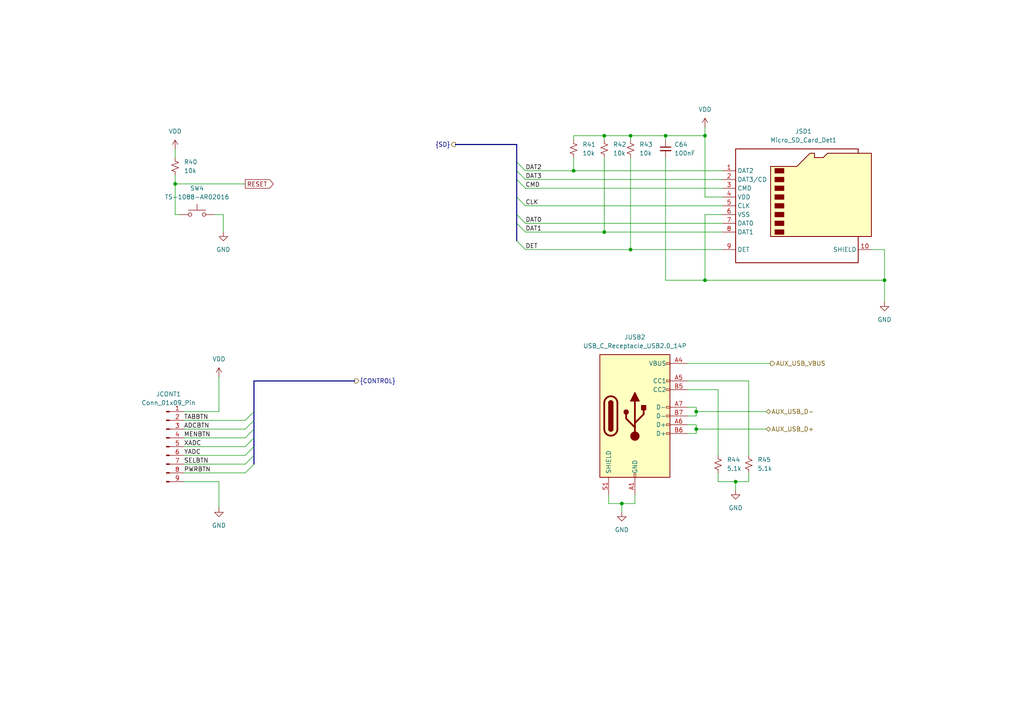
<source format=kicad_sch>
(kicad_sch (version 20250114) (generator "eeschema") (generator_version "9.0")
  (paper "A4")
  (title_block (title "Misc. External Connectors") (rev "A") (company "MLABS") (comment 1 "MSign-NG"))
  (lib_symbols
    (symbol "Connector:Conn_01x09_Pin" (pin_names (offset 1.016) (hide yes))
      (property "Reference" "J" (at 0 12.7 0))
      (property "Value" "Conn_01x09_Pin" (at 0 -12.7 0))
      (symbol "Conn_01x09_Pin_1_1"
        (rectangle (start 0.8636 10.287) (end 0 10.033) (stroke (width 0.1524)) (fill (type outline)))
        (rectangle (start 0.8636 7.747) (end 0 7.493) (stroke (width 0.1524)) (fill (type outline)))
        (rectangle (start 0.8636 5.207) (end 0 4.953) (stroke (width 0.1524)) (fill (type outline)))
        (rectangle (start 0.8636 2.667) (end 0 2.413) (stroke (width 0.1524)) (fill (type outline)))
        (rectangle (start 0.8636 0.127) (end 0 -0.127) (stroke (width 0.1524)) (fill (type outline)))
        (rectangle (start 0.8636 -2.413) (end 0 -2.667) (stroke (width 0.1524)) (fill (type outline)))
        (rectangle (start 0.8636 -4.953) (end 0 -5.207) (stroke (width 0.1524)) (fill (type outline)))
        (rectangle (start 0.8636 -7.493) (end 0 -7.747) (stroke (width 0.1524)) (fill (type outline)))
        (rectangle (start 0.8636 -10.033) (end 0 -10.287) (stroke (width 0.1524)) (fill (type outline)))
        (polyline (pts (xy 1.27 10.16) (xy 0.8636 10.16)) (stroke (width 0.1524)))
        (polyline (pts (xy 1.27 7.62) (xy 0.8636 7.62)) (stroke (width 0.1524)))
        (polyline (pts (xy 1.27 5.08) (xy 0.8636 5.08)) (stroke (width 0.1524)))
        (polyline (pts (xy 1.27 2.54) (xy 0.8636 2.54)) (stroke (width 0.1524)))
        (polyline (pts (xy 1.27 0) (xy 0.8636 0)) (stroke (width 0.1524)))
        (polyline (pts (xy 1.27 -2.54) (xy 0.8636 -2.54)) (stroke (width 0.1524)))
        (polyline (pts (xy 1.27 -5.08) (xy 0.8636 -5.08)) (stroke (width 0.1524)))
        (polyline (pts (xy 1.27 -7.62) (xy 0.8636 -7.62)) (stroke (width 0.1524)))
        (polyline (pts (xy 1.27 -10.16) (xy 0.8636 -10.16)) (stroke (width 0.1524)))
        (pin passive line (at 5.08 10.16 180) (length 3.81) (name "Pin_1") (number "1"))
        (pin passive line (at 5.08 7.62 180) (length 3.81) (name "Pin_2") (number "2"))
        (pin passive line (at 5.08 5.08 180) (length 3.81) (name "Pin_3") (number "3"))
        (pin passive line (at 5.08 2.54 180) (length 3.81) (name "Pin_4") (number "4"))
        (pin passive line (at 5.08 0 180) (length 3.81) (name "Pin_5") (number "5"))
        (pin passive line (at 5.08 -2.54 180) (length 3.81) (name "Pin_6") (number "6"))
        (pin passive line (at 5.08 -5.08 180) (length 3.81) (name "Pin_7") (number "7"))
        (pin passive line (at 5.08 -7.62 180) (length 3.81) (name "Pin_8") (number "8"))
        (pin passive line (at 5.08 -10.16 180) (length 3.81) (name "Pin_9") (number "9"))
      )
    )
    (symbol "Connector:Micro_SD_Card_Det1"
      (property "Reference" "J" (at -16.51 17.78 0))
      (property "Value" "Micro_SD_Card_Det1" (at 16.51 17.78 0))
      (symbol "Micro_SD_Card_Det1_0_1"
        (polyline (pts (xy -8.89 -8.89) (xy -8.89 11.43) (xy -1.27 11.43) (xy 2.54 15.24) (xy 3.81 15.24) (xy 3.81 13.97) (xy 6.35 13.97) (xy 7.62 15.24) (xy 20.32 15.24) (xy 20.32 -8.89) (xy -8.89 -8.89)) (stroke (width 0.254)) (fill (type background)))
        (rectangle (start -7.62 10.795) (end -5.08 9.525) (stroke (width 0.254)) (fill (type outline)))
        (rectangle (start -7.62 8.255) (end -5.08 6.985) (stroke (width 0.254)) (fill (type outline)))
        (rectangle (start -7.62 5.715) (end -5.08 4.445) (stroke (width 0.254)) (fill (type outline)))
        (rectangle (start -7.62 3.175) (end -5.08 1.905) (stroke (width 0.254)) (fill (type outline)))
        (rectangle (start -7.62 0.635) (end -5.08 -0.635) (stroke (width 0.254)) (fill (type outline)))
        (rectangle (start -7.62 -1.905) (end -5.08 -3.175) (stroke (width 0.254)) (fill (type outline)))
        (rectangle (start -7.62 -4.445) (end -5.08 -5.715) (stroke (width 0.254)) (fill (type outline)))
        (rectangle (start -7.62 -6.985) (end -5.08 -8.255) (stroke (width 0.254)) (fill (type outline)))
        (polyline (pts (xy 16.51 15.24) (xy 16.51 16.51) (xy -19.05 16.51) (xy -19.05 -16.51) (xy 16.51 -16.51) (xy 16.51 -8.89)) (stroke (width 0.254)))
      )
      (symbol "Micro_SD_Card_Det1_1_1"
        (pin bidirectional line (at -22.86 10.16 0) (length 3.81) (name "DAT2") (number "1"))
        (pin bidirectional line (at -22.86 7.62 0) (length 3.81) (name "DAT3/CD") (number "2"))
        (pin input line (at -22.86 5.08 0) (length 3.81) (name "CMD") (number "3"))
        (pin power_in line (at -22.86 2.54 0) (length 3.81) (name "VDD") (number "4"))
        (pin input line (at -22.86 0 0) (length 3.81) (name "CLK") (number "5"))
        (pin power_in line (at -22.86 -2.54 0) (length 3.81) (name "VSS") (number "6"))
        (pin bidirectional line (at -22.86 -5.08 0) (length 3.81) (name "DAT0") (number "7"))
        (pin bidirectional line (at -22.86 -7.62 0) (length 3.81) (name "DAT1") (number "8"))
        (pin passive line (at -22.86 -12.7 0) (length 3.81) (name "DET") (number "9"))
        (pin passive line (at 20.32 -12.7 180) (length 3.81) (name "SHIELD") (number "10"))
      )
    )
    (symbol "Connector:USB_C_Receptacle_USB2.0_14P" (pin_names (offset 1.016))
      (property "Reference" "J" (at 0 22.225 0))
      (property "Value" "USB_C_Receptacle_USB2.0_14P" (at 0 19.685 0))
      (symbol "USB_C_Receptacle_USB2.0_14P_0_0"
        (rectangle (start -0.254 -17.78) (end 0.254 -16.764))
        (rectangle (start 10.16 15.494) (end 9.144 14.986))
        (rectangle (start 10.16 10.414) (end 9.144 9.906))
        (rectangle (start 10.16 7.874) (end 9.144 7.366))
        (rectangle (start 10.16 2.794) (end 9.144 2.286))
        (rectangle (start 10.16 0.254) (end 9.144 -0.254))
        (rectangle (start 10.16 -2.286) (end 9.144 -2.794))
        (rectangle (start 10.16 -4.826) (end 9.144 -5.334))
      )
      (symbol "USB_C_Receptacle_USB2.0_14P_0_1"
        (rectangle (start -10.16 17.78) (end 10.16 -17.78) (stroke (width 0.254)) (fill (type background)))
        (polyline (pts (xy -8.89 -3.81) (xy -8.89 3.81)) (stroke (width 0.508)))
        (rectangle (start -7.62 -3.81) (end -6.35 3.81) (stroke (width 0.254)) (fill (type outline)))
        (arc (start -7.62 3.81) (mid -6.985 4.4423) (end -6.35 3.81) (stroke (width 0.254)))
        (arc (start -7.62 3.81) (mid -6.985 4.4423) (end -6.35 3.81) (stroke (width 0.254)) (fill (type outline)))
        (arc (start -8.89 3.81) (mid -6.985 5.7067) (end -5.08 3.81) (stroke (width 0.508)))
        (arc (start -5.08 -3.81) (mid -6.985 -5.7067) (end -8.89 -3.81) (stroke (width 0.508)))
        (arc (start -6.35 -3.81) (mid -6.985 -4.4423) (end -7.62 -3.81) (stroke (width 0.254)))
        (arc (start -6.35 -3.81) (mid -6.985 -4.4423) (end -7.62 -3.81) (stroke (width 0.254)) (fill (type outline)))
        (polyline (pts (xy -5.08 3.81) (xy -5.08 -3.81)) (stroke (width 0.508)))
        (circle (center -2.54 1.143) (radius 0.635) (stroke (width 0.254)) (fill (type outline)))
        (polyline (pts (xy -1.27 4.318) (xy 0 6.858) (xy 1.27 4.318) (xy -1.27 4.318)) (stroke (width 0.254)) (fill (type outline)))
        (polyline (pts (xy 0 -2.032) (xy 2.54 0.508) (xy 2.54 1.778)) (stroke (width 0.508)))
        (polyline (pts (xy 0 -3.302) (xy -2.54 -0.762) (xy -2.54 0.508)) (stroke (width 0.508)))
        (polyline (pts (xy 0 -5.842) (xy 0 4.318)) (stroke (width 0.508)))
        (circle (center 0 -5.842) (radius 1.27) (fill (type outline)))
        (rectangle (start 1.905 1.778) (end 3.175 3.048) (stroke (width 0.254)) (fill (type outline)))
      )
      (symbol "USB_C_Receptacle_USB2.0_14P_1_1"
        (pin passive line (at -7.62 -22.86 90) (length 5.08) (name "SHIELD") (number "S1"))
        (pin passive line (at 0 -22.86 90) (length 5.08) (name "GND") (number "A1"))
        (pin passive line (at 0 -22.86 90) (length 5.08) (hide yes) (name "GND") (number "A12"))
        (pin passive line (at 0 -22.86 90) (length 5.08) (hide yes) (name "GND") (number "B1"))
        (pin passive line (at 0 -22.86 90) (length 5.08) (hide yes) (name "GND") (number "B12"))
        (pin passive line (at 15.24 15.24 180) (length 5.08) (name "VBUS") (number "A4"))
        (pin passive line (at 15.24 15.24 180) (length 5.08) (hide yes) (name "VBUS") (number "A9"))
        (pin passive line (at 15.24 15.24 180) (length 5.08) (hide yes) (name "VBUS") (number "B4"))
        (pin passive line (at 15.24 15.24 180) (length 5.08) (hide yes) (name "VBUS") (number "B9"))
        (pin bidirectional line (at 15.24 10.16 180) (length 5.08) (name "CC1") (number "A5"))
        (pin bidirectional line (at 15.24 7.62 180) (length 5.08) (name "CC2") (number "B5"))
        (pin bidirectional line (at 15.24 2.54 180) (length 5.08) (name "D-") (number "A7"))
        (pin bidirectional line (at 15.24 0 180) (length 5.08) (name "D-") (number "B7"))
        (pin bidirectional line (at 15.24 -2.54 180) (length 5.08) (name "D+") (number "A6"))
        (pin bidirectional line (at 15.24 -5.08 180) (length 5.08) (name "D+") (number "B6"))
      )
    )
    (symbol "Device:C_Small" (pin_numbers (hide yes)) (pin_names (offset 0.254) (hide yes))
      (property "Reference" "C" (at 0.254 1.778 0))
      (property "Value" "C_Small" (at 0.254 -2.032 0))
      (symbol "C_Small_0_1"
        (polyline (pts (xy -1.524 0.508) (xy 1.524 0.508)) (stroke (width 0.3048)))
        (polyline (pts (xy -1.524 -0.508) (xy 1.524 -0.508)) (stroke (width 0.3302)))
      )
      (symbol "C_Small_1_1"
        (pin passive line (at 0 2.54 270) (length 2.032) (name "~") (number "1"))
        (pin passive line (at 0 -2.54 90) (length 2.032) (name "~") (number "2"))
      )
    )
    (symbol "Device:R_Small_US" (pin_numbers (hide yes)) (pin_names (offset 0.254) (hide yes))
      (property "Reference" "R" (at 0.762 0.508 0))
      (property "Value" "R_Small_US" (at 0.762 -1.016 0))
      (symbol "R_Small_US_1_1"
        (polyline (pts (xy 0 1.524) (xy 1.016 1.143) (xy 0 0.762) (xy -1.016 0.381) (xy 0 0)))
        (polyline (pts (xy 0 0) (xy 1.016 -0.381) (xy 0 -0.762) (xy -1.016 -1.143) (xy 0 -1.524)))
        (pin passive line (at 0 2.54 270) (length 1.016) (name "~") (number "1"))
        (pin passive line (at 0 -2.54 90) (length 1.016) (name "~") (number "2"))
      )
    )
    (symbol "Switch:SW_Push" (pin_numbers (hide yes)) (pin_names (offset 1.016) (hide yes))
      (property "Reference" "SW" (at 1.27 2.54 0))
      (property "Value" "SW_Push" (at 0 -1.524 0))
      (symbol "SW_Push_0_1"
        (circle (center -2.032 0) (radius 0.508))
        (polyline (pts (xy 0 1.27) (xy 0 3.048)))
        (circle (center 2.032 0) (radius 0.508))
        (polyline (pts (xy 2.54 1.27) (xy -2.54 1.27)))
        (pin passive line (at -5.08 0 0) (length 2.54) (name "1") (number "1"))
        (pin passive line (at 5.08 0 180) (length 2.54) (name "2") (number "2"))
      )
    )
    (symbol "power:GND" (power) (pin_numbers (hide yes)) (pin_names (offset 0) (hide yes))
      (property "Value" "GND" (at 0 -3.81 0))
      (symbol "GND_0_1"
        (polyline (pts (xy 0 0) (xy 0 -1.27) (xy 1.27 -1.27) (xy 0 -2.54) (xy -1.27 -1.27) (xy 0 -1.27)))
      )
      (symbol "GND_1_1"
        (pin power_in line (at 0 0 270) (length 0) (name "~") (number "1"))
      )
    )
    (symbol "power:VDD" (power) (pin_numbers (hide yes)) (pin_names (offset 0) (hide yes))
      (property "Value" "VDD" (at 0 3.556 0))
      (symbol "VDD_0_1"
        (polyline (pts (xy -0.762 1.27) (xy 0 2.54)))
        (polyline (pts (xy 0 2.54) (xy 0.762 1.27)))
        (polyline (pts (xy 0 0) (xy 0 2.54)))
      )
      (symbol "VDD_1_1"
        (pin power_in line (at 0 0 90) (length 0) (name "~") (number "1"))
      )
    )
  )
  (bus_alias "CONTROL" (members "TABBTN" "ADCBTN" "MENBTN" "XADC" "YADC" "SELBTN" "PWRBTN"))
  (bus_alias "SD" (members "DAT0" "DAT1" "CMD" "CLK" "DET" "DAT2" "DAT3"))
  (junction (at 201.93 124.46))
  (junction (at 182.88 72.39))
  (junction (at 204.47 39.37))
  (junction (at 175.26 39.37))
  (junction (at 256.54 81.28))
  (junction (at 213.36 139.7))
  (junction (at 201.93 119.38))
  (junction (at 175.26 67.31))
  (junction (at 50.8 53.34))
  (junction (at 193.04 39.37))
  (junction (at 182.88 39.37))
  (junction (at 204.47 81.28))
  (junction (at 180.34 146.05))
  (junction (at 166.37 49.53))
  (bus_entry (at 149.86 49.53) (size 2.54 2.54))
  (bus_entry (at 73.66 121.92) (size -2.54 2.54))
  (bus_entry (at 73.66 129.54) (size -2.54 2.54))
  (bus_entry (at 73.66 127) (size -2.54 2.54))
  (bus_entry (at 149.86 69.85) (size 2.54 2.54))
  (bus_entry (at 149.86 64.77) (size 2.54 2.54))
  (bus_entry (at 73.66 134.62) (size -2.54 2.54))
  (bus_entry (at 73.66 119.38) (size -2.54 2.54))
  (bus_entry (at 73.66 132.08) (size -2.54 2.54))
  (bus_entry (at 149.86 46.99) (size 2.54 2.54))
  (bus_entry (at 149.86 57.15) (size 2.54 2.54))
  (bus_entry (at 73.66 124.46) (size -2.54 2.54))
  (bus_entry (at 149.86 62.23) (size 2.54 2.54))
  (bus_entry (at 149.86 52.07) (size 2.54 2.54))
  (wire (pts (xy 201.93 119.38) (xy 201.93 120.65)))
  (wire (pts (xy 209.55 57.15) (xy 204.47 57.15)))
  (wire (pts (xy 63.5 139.7) (xy 63.5 147.32)))
  (wire (pts (xy 193.04 45.72) (xy 193.04 81.28)))
  (bus (pts (xy 73.66 119.38) (xy 73.66 121.92)))
  (wire (pts (xy 53.34 137.16) (xy 71.12 137.16)))
  (wire (pts (xy 208.28 132.08) (xy 208.28 113.03)))
  (bus (pts (xy 73.66 129.54) (xy 73.66 132.08)))
  (bus (pts (xy 149.86 49.53) (xy 149.86 52.07)))
  (bus (pts (xy 149.86 46.99) (xy 149.86 49.53)))
  (wire (pts (xy 53.34 139.7) (xy 63.5 139.7)))
  (bus (pts (xy 132.08 41.91) (xy 149.86 41.91)))
  (wire (pts (xy 201.93 120.65) (xy 199.39 120.65)))
  (wire (pts (xy 152.4 64.77) (xy 209.55 64.77)))
  (wire (pts (xy 256.54 81.28) (xy 256.54 87.63)))
  (wire (pts (xy 213.36 142.24) (xy 213.36 139.7)))
  (wire (pts (xy 53.34 132.08) (xy 71.12 132.08)))
  (wire (pts (xy 201.93 118.11) (xy 201.93 119.38)))
  (wire (pts (xy 204.47 81.28) (xy 204.47 62.23)))
  (wire (pts (xy 152.4 49.53) (xy 166.37 49.53)))
  (wire (pts (xy 50.8 50.8) (xy 50.8 53.34)))
  (wire (pts (xy 252.73 72.39) (xy 256.54 72.39)))
  (wire (pts (xy 53.34 127) (xy 71.12 127)))
  (wire (pts (xy 152.4 54.61) (xy 209.55 54.61)))
  (wire (pts (xy 199.39 110.49) (xy 217.17 110.49)))
  (wire (pts (xy 175.26 39.37) (xy 175.26 40.64)))
  (wire (pts (xy 50.8 53.34) (xy 50.8 62.23)))
  (wire (pts (xy 217.17 110.49) (xy 217.17 132.08)))
  (wire (pts (xy 204.47 57.15) (xy 204.47 39.37)))
  (wire (pts (xy 213.36 139.7) (xy 208.28 139.7)))
  (wire (pts (xy 204.47 39.37) (xy 193.04 39.37)))
  (bus (pts (xy 73.66 132.08) (xy 73.66 134.62)))
  (wire (pts (xy 152.4 59.69) (xy 209.55 59.69)))
  (wire (pts (xy 53.34 121.92) (xy 71.12 121.92)))
  (wire (pts (xy 199.39 123.19) (xy 201.93 123.19)))
  (bus (pts (xy 102.87 110.49) (xy 73.66 110.49)))
  (wire (pts (xy 180.34 148.59) (xy 180.34 146.05)))
  (bus (pts (xy 73.66 110.49) (xy 73.66 119.38)))
  (wire (pts (xy 256.54 81.28) (xy 204.47 81.28)))
  (wire (pts (xy 64.77 62.23) (xy 64.77 67.31)))
  (wire (pts (xy 50.8 43.18) (xy 50.8 45.72)))
  (wire (pts (xy 208.28 139.7) (xy 208.28 137.16)))
  (bus (pts (xy 149.86 57.15) (xy 149.86 62.23)))
  (wire (pts (xy 175.26 67.31) (xy 209.55 67.31)))
  (wire (pts (xy 175.26 45.72) (xy 175.26 67.31)))
  (wire (pts (xy 176.53 143.51) (xy 176.53 146.05)))
  (bus (pts (xy 73.66 124.46) (xy 73.66 127)))
  (bus (pts (xy 73.66 127) (xy 73.66 129.54)))
  (wire (pts (xy 193.04 39.37) (xy 182.88 39.37)))
  (wire (pts (xy 152.4 52.07) (xy 209.55 52.07)))
  (wire (pts (xy 184.15 146.05) (xy 184.15 143.51)))
  (wire (pts (xy 50.8 53.34) (xy 71.12 53.34)))
  (bus (pts (xy 149.86 62.23) (xy 149.86 64.77)))
  (wire (pts (xy 152.4 72.39) (xy 182.88 72.39)))
  (wire (pts (xy 201.93 124.46) (xy 201.93 125.73)))
  (wire (pts (xy 199.39 105.41) (xy 223.52 105.41)))
  (wire (pts (xy 62.23 62.23) (xy 64.77 62.23)))
  (wire (pts (xy 204.47 62.23) (xy 209.55 62.23)))
  (wire (pts (xy 182.88 72.39) (xy 209.55 72.39)))
  (wire (pts (xy 204.47 39.37) (xy 204.47 36.83)))
  (wire (pts (xy 199.39 118.11) (xy 201.93 118.11)))
  (wire (pts (xy 217.17 139.7) (xy 213.36 139.7)))
  (wire (pts (xy 166.37 49.53) (xy 209.55 49.53)))
  (wire (pts (xy 193.04 39.37) (xy 193.04 40.64)))
  (wire (pts (xy 152.4 67.31) (xy 175.26 67.31)))
  (wire (pts (xy 182.88 45.72) (xy 182.88 72.39)))
  (bus (pts (xy 149.86 64.77) (xy 149.86 69.85)))
  (wire (pts (xy 182.88 39.37) (xy 175.26 39.37)))
  (wire (pts (xy 53.34 124.46) (xy 71.12 124.46)))
  (wire (pts (xy 201.93 123.19) (xy 201.93 124.46)))
  (wire (pts (xy 193.04 81.28) (xy 204.47 81.28)))
  (wire (pts (xy 208.28 113.03) (xy 199.39 113.03)))
  (wire (pts (xy 201.93 125.73) (xy 199.39 125.73)))
  (wire (pts (xy 201.93 119.38) (xy 222.25 119.38)))
  (wire (pts (xy 166.37 39.37) (xy 166.37 40.64)))
  (wire (pts (xy 63.5 119.38) (xy 63.5 109.22)))
  (wire (pts (xy 166.37 45.72) (xy 166.37 49.53)))
  (wire (pts (xy 176.53 146.05) (xy 180.34 146.05)))
  (wire (pts (xy 182.88 39.37) (xy 182.88 40.64)))
  (wire (pts (xy 256.54 72.39) (xy 256.54 81.28)))
  (bus (pts (xy 73.66 121.92) (xy 73.66 124.46)))
  (wire (pts (xy 166.37 39.37) (xy 175.26 39.37)))
  (wire (pts (xy 217.17 137.16) (xy 217.17 139.7)))
  (bus (pts (xy 149.86 52.07) (xy 149.86 57.15)))
  (wire (pts (xy 180.34 146.05) (xy 184.15 146.05)))
  (wire (pts (xy 50.8 62.23) (xy 52.07 62.23)))
  (wire (pts (xy 53.34 119.38) (xy 63.5 119.38)))
  (wire (pts (xy 53.34 129.54) (xy 71.12 129.54)))
  (bus (pts (xy 149.86 41.91) (xy 149.86 46.99)))
  (wire (pts (xy 201.93 124.46) (xy 222.25 124.46)))
  (wire (pts (xy 53.34 134.62) (xy 71.12 134.62)))
  (label "DAT1" (at 152.4 67.31 0))
  (label "YADC" (at 53.34 132.08 0))
  (label "MENBTN" (at 53.34 127 0))
  (label "DAT3" (at 152.4 52.07 0))
  (label "SELBTN" (at 53.34 134.62 0))
  (label "DAT2" (at 152.4 49.53 0))
  (label "DET" (at 152.4 72.39 0))
  (label "TABBTN" (at 53.34 121.92 0))
  (label "DAT0" (at 152.4 64.77 0))
  (label "XADC" (at 53.34 129.54 0))
  (label "CLK" (at 152.4 59.69 0))
  (label "CMD" (at 152.4 54.61 0))
  (label "ADCBTN" (at 53.34 124.46 0))
  (label "PWRBTN" (at 53.34 137.16 0))
  (global_label "RESET" (shape output) (at 71.12 53.34 0) (property "Intersheetrefs" "${INTERSHEET_REFS}" (effects (hide yes))))
  (hierarchical_label "AUX_USB_D-" (shape bidirectional) (at 222.25 119.38 0))
  (hierarchical_label "AUX_USB_D+" (shape bidirectional) (at 222.25 124.46 0))
  (hierarchical_label "AUX_USB_VBUS" (shape output) (at 223.52 105.41 0))
  (hierarchical_label "{SD}" (shape output) (at 132.08 41.91 180))
  (hierarchical_label "{CONTROL}" (shape output) (at 102.87 110.49 0))
  (symbol (lib_id "Device:R_Small_US") (at 182.88 43.18 0) (unit 1)
    (property "Reference" "R43" (at 185.42 41.9099 0) (effects (justify left)))
    (property "Value" "10k" (at 185.42 44.4499 0) (effects (justify left)))
    (property "Footprint" "Resistor_SMD:R_0805_2012Metric" (effects (hide yes)))
    (property "Description" "Resistor, small US symbol" (effects (hide yes)))
    (property "Part" "0805W8F1002T5E" (effects (hide yes)))
    (property "LCSC" "C17414 " (effects (hide yes)))
  )
  (symbol (lib_id "Switch:SW_Push") (at 57.15 62.23 0) (unit 1)
    (property "Reference" "SW4" (at 57.15 54.61 0))
    (property "Value" "TS-1088-AR02016" (at 57.15 57.15 0))
    (property "Footprint" "Button_Switch_SMD:SW_SPST_TS-1088-xR020" (effects (hide yes)))
    (property "Description" "Push button switch, generic, two pins" (effects (hide yes)))
    (property "Part" "TS-1088-AR02016" (effects (hide yes)))
    (property "LCSC" "C720477" (effects (hide yes)))
  )
  (symbol (lib_id "power:VDD") (at 204.47 36.83 0) (unit 1)
    (property "Reference" "#PWR056" (effects (hide yes)))
    (property "Value" "VDD" (at 204.47 31.75 0))
    (property "Description" "Power symbol creates a global label with name \"VDD\"" (effects (hide yes)))
  )
  (symbol (lib_id "Connector:Micro_SD_Card_Det1") (at 232.41 59.69 0) (unit 1)
    (property "Reference" "JSD1" (at 233.045 38.1 0))
    (property "Value" "Micro_SD_Card_Det1" (at 233.045 40.64 0))
    (property "Footprint" "Connector_TF:microSD_XUNPU_TF-115-BCP9" (effects (hide yes)))
    (property "Datasheet" "https://jlcpcb.com/api/file/downloadByFileSystemAccessId/8588905472736825344" (effects (hide yes)))
    (property "Description" "Micro SD Card Socket with one card detection pin" (effects (hide yes)))
    (property "Part" "TF-115-BCP9" (effects (hide yes)))
    (property "LCSC" "C720505" (effects (hide yes)))
  )
  (symbol (lib_id "power:GND") (at 213.36 142.24 0) (unit 1)
    (property "Reference" "#PWR057" (effects (hide yes)))
    (property "Value" "GND" (at 213.36 147.32 0))
    (property "Description" "Power symbol creates a global label with name \"GND\" , ground" (effects (hide yes)))
  )
  (symbol (lib_id "Connector:USB_C_Receptacle_USB2.0_14P") (at 184.15 120.65 0) (unit 1)
    (property "Reference" "JUSB2" (at 184.15 97.79 0))
    (property "Value" "USB_C_Receptacle_USB2.0_14P" (at 184.15 100.33 0))
    (property "Footprint" "Connector_USB:USB_C_Receptacle_HRO_TYPE-C-31-M-12" (effects (hide yes)))
    (property "Datasheet" "https://www.usb.org/sites/default/files/documents/usb_type-c.zip" (effects (hide yes)))
    (property "Description" "USB 2.0-only 14P Type-C Receptacle connector" (effects (hide yes)))
    (property "Part" "TYPE-C-31-M-12" (effects (hide yes)))
    (property "LCSC" "C165948" (effects (hide yes)))
  )
  (symbol (lib_id "power:GND") (at 180.34 148.59 0) (unit 1)
    (property "Reference" "#PWR055" (effects (hide yes)))
    (property "Value" "GND" (at 180.34 153.67 0))
    (property "Description" "Power symbol creates a global label with name \"GND\" , ground" (effects (hide yes)))
  )
  (symbol (lib_id "power:VDD") (at 50.8 43.18 0) (unit 1)
    (property "Reference" "#PWR051" (effects (hide yes)))
    (property "Value" "VDD" (at 50.8 38.1 0))
    (property "Description" "Power symbol creates a global label with name \"VDD\"" (effects (hide yes)))
  )
  (symbol (lib_id "Device:R_Small_US") (at 217.17 134.62 0) (unit 1)
    (property "Reference" "R45" (at 219.71 133.3499 0) (effects (justify left)))
    (property "Value" "5.1k" (at 219.71 135.8899 0) (effects (justify left)))
    (property "Footprint" "Resistor_SMD:R_0603_1608Metric" (effects (hide yes)))
    (property "Description" "Resistor, small US symbol" (effects (hide yes)))
    (property "Part" "0603WAF5101T5E" (effects (hide yes)))
    (property "LCSC" "C23186" (effects (hide yes)))
  )
  (symbol (lib_id "Device:C_Small") (at 193.04 43.18 0) (unit 1)
    (property "Reference" "C64" (at 195.58 41.9162 0) (effects (justify left)))
    (property "Value" "100nF" (at 195.58 44.4562 0) (effects (justify left)))
    (property "Footprint" "Capacitor_SMD:C_0402_1005Metric" (effects (hide yes)))
    (property "Description" "Unpolarized capacitor, small symbol" (effects (hide yes)))
    (property "Part" "CL05B104KB54PNC" (effects (hide yes)))
    (property "LCSC" "C307331 " (effects (hide yes)))
  )
  (symbol (lib_id "power:VDD") (at 63.5 109.22 0) (unit 1)
    (property "Reference" "#PWR052" (effects (hide yes)))
    (property "Value" "VDD" (at 63.5 104.14 0))
    (property "Description" "Power symbol creates a global label with name \"VDD\"" (effects (hide yes)))
  )
  (symbol (lib_id "power:GND") (at 64.77 67.31 0) (unit 1)
    (property "Reference" "#PWR054" (effects (hide yes)))
    (property "Value" "GND" (at 64.77 72.39 0))
    (property "Description" "Power symbol creates a global label with name \"GND\" , ground" (effects (hide yes)))
  )
  (symbol (lib_id "Device:R_Small_US") (at 50.8 48.26 0) (unit 1)
    (property "Reference" "R40" (at 53.34 46.9899 0) (effects (justify left)))
    (property "Value" "10k" (at 53.34 49.5299 0) (effects (justify left)))
    (property "Footprint" "Resistor_SMD:R_0805_2012Metric" (effects (hide yes)))
    (property "Description" "Resistor, small US symbol" (effects (hide yes)))
    (property "Part" "0805W8F1002T5E" (effects (hide yes)))
    (property "LCSC" "C17414 " (effects (hide yes)))
  )
  (symbol (lib_id "power:GND") (at 256.54 87.63 0) (unit 1)
    (property "Reference" "#PWR058" (effects (hide yes)))
    (property "Value" "GND" (at 256.54 92.71 0))
    (property "Description" "Power symbol creates a global label with name \"GND\" , ground" (effects (hide yes)))
  )
  (symbol (lib_id "Device:R_Small_US") (at 175.26 43.18 0) (unit 1)
    (property "Reference" "R42" (at 177.8 41.9099 0) (effects (justify left)))
    (property "Value" "10k" (at 177.8 44.4499 0) (effects (justify left)))
    (property "Footprint" "Resistor_SMD:R_0805_2012Metric" (effects (hide yes)))
    (property "Description" "Resistor, small US symbol" (effects (hide yes)))
    (property "Part" "0805W8F1002T5E" (effects (hide yes)))
    (property "LCSC" "C17414 " (effects (hide yes)))
  )
  (symbol (lib_id "Device:R_Small_US") (at 208.28 134.62 0) (unit 1)
    (property "Reference" "R44" (at 210.82 133.3499 0) (effects (justify left)))
    (property "Value" "5.1k" (at 210.82 135.8899 0) (effects (justify left)))
    (property "Footprint" "Resistor_SMD:R_0603_1608Metric" (effects (hide yes)))
    (property "Description" "Resistor, small US symbol" (effects (hide yes)))
    (property "Part" "0603WAF5101T5E" (effects (hide yes)))
    (property "LCSC" "C23186" (effects (hide yes)))
  )
  (symbol (lib_id "Device:R_Small_US") (at 166.37 43.18 0) (unit 1)
    (property "Reference" "R41" (at 168.91 41.9099 0) (effects (justify left)))
    (property "Value" "10k" (at 168.91 44.4499 0) (effects (justify left)))
    (property "Footprint" "Resistor_SMD:R_0805_2012Metric" (effects (hide yes)))
    (property "Description" "Resistor, small US symbol" (effects (hide yes)))
    (property "Part" "0805W8F1002T5E" (effects (hide yes)))
    (property "LCSC" "C17414 " (effects (hide yes)))
  )
  (symbol (lib_id "Connector:Conn_01x09_Pin") (at 48.26 129.54 0) (unit 1)
    (property "Reference" "JCONT1" (at 48.895 114.3 0))
    (property "Value" "Conn_01x09_Pin" (at 48.895 116.84 0))
    (property "Footprint" "Connector_PinHeader_2.54mm:PinHeader_1x09_P2.54mm_Horizontal" (effects (hide yes)))
    (property "Description" "Generic connector, single row, 01x09, script generated" (effects (hide yes)))
  )
  (symbol (lib_id "power:GND") (at 63.5 147.32 0) (unit 1)
    (property "Reference" "#PWR053" (effects (hide yes)))
    (property "Value" "GND" (at 63.5 152.4 0))
    (property "Description" "Power symbol creates a global label with name \"GND\" , ground" (effects (hide yes)))
  )
)
</source>
